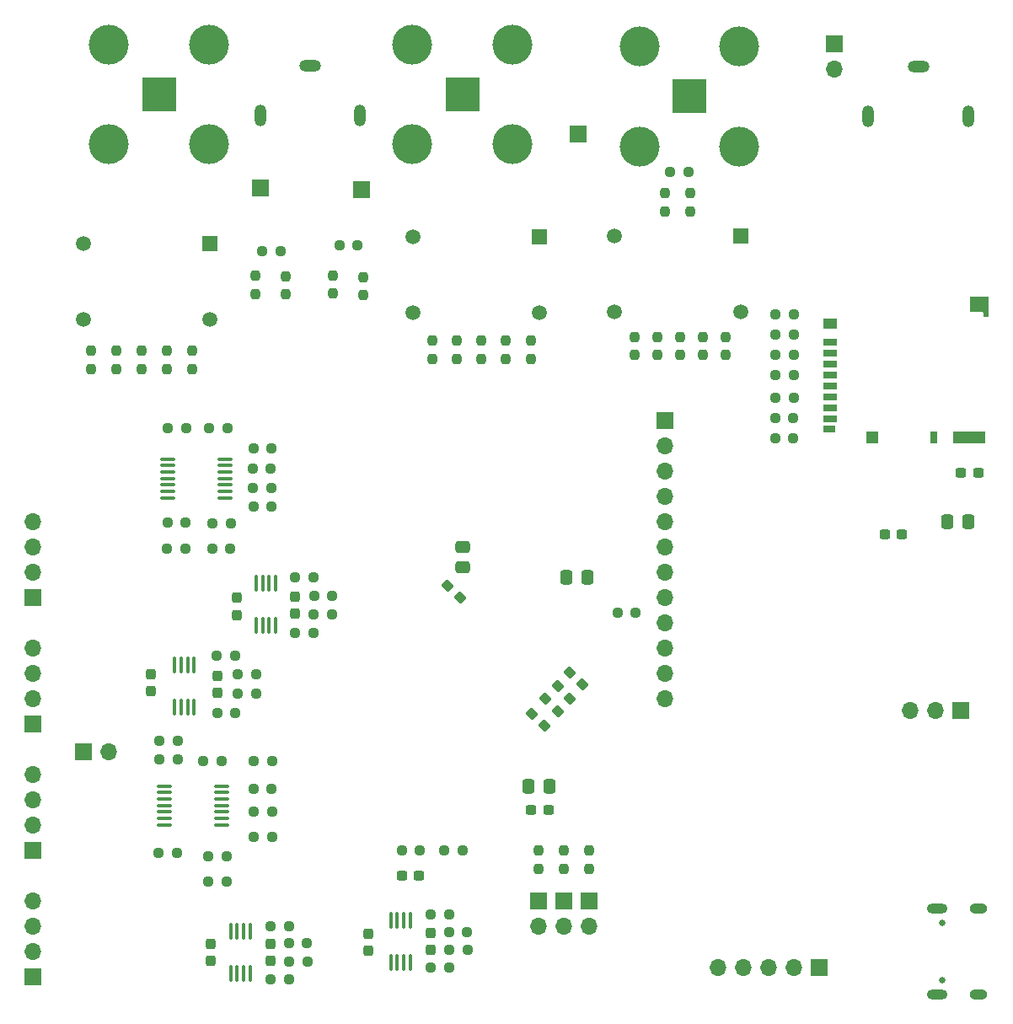
<source format=gbr>
%TF.GenerationSoftware,KiCad,Pcbnew,7.0.7*%
%TF.CreationDate,2023-10-22T01:08:48-07:00*%
%TF.ProjectId,fpaa_esp32_badge,66706161-5f65-4737-9033-325f62616467,rev?*%
%TF.SameCoordinates,Original*%
%TF.FileFunction,Soldermask,Bot*%
%TF.FilePolarity,Negative*%
%FSLAX46Y46*%
G04 Gerber Fmt 4.6, Leading zero omitted, Abs format (unit mm)*
G04 Created by KiCad (PCBNEW 7.0.7) date 2023-10-22 01:08:48*
%MOMM*%
%LPD*%
G01*
G04 APERTURE LIST*
G04 Aperture macros list*
%AMRoundRect*
0 Rectangle with rounded corners*
0 $1 Rounding radius*
0 $2 $3 $4 $5 $6 $7 $8 $9 X,Y pos of 4 corners*
0 Add a 4 corners polygon primitive as box body*
4,1,4,$2,$3,$4,$5,$6,$7,$8,$9,$2,$3,0*
0 Add four circle primitives for the rounded corners*
1,1,$1+$1,$2,$3*
1,1,$1+$1,$4,$5*
1,1,$1+$1,$6,$7*
1,1,$1+$1,$8,$9*
0 Add four rect primitives between the rounded corners*
20,1,$1+$1,$2,$3,$4,$5,0*
20,1,$1+$1,$4,$5,$6,$7,0*
20,1,$1+$1,$6,$7,$8,$9,0*
20,1,$1+$1,$8,$9,$2,$3,0*%
%AMRotRect*
0 Rectangle, with rotation*
0 The origin of the aperture is its center*
0 $1 length*
0 $2 width*
0 $3 Rotation angle, in degrees counterclockwise*
0 Add horizontal line*
21,1,$1,$2,0,0,$3*%
G04 Aperture macros list end*
%ADD10R,3.500000X3.500000*%
%ADD11C,4.000000*%
%ADD12C,0.650000*%
%ADD13O,2.100000X1.000000*%
%ADD14O,1.800000X1.000000*%
%ADD15R,1.700000X1.700000*%
%ADD16O,1.700000X1.700000*%
%ADD17R,1.520000X1.520000*%
%ADD18C,1.520000*%
%ADD19O,1.200000X2.200000*%
%ADD20O,2.200000X1.200000*%
%ADD21RoundRect,0.237500X-0.380070X0.044194X0.044194X-0.380070X0.380070X-0.044194X-0.044194X0.380070X0*%
%ADD22RoundRect,0.237500X-0.250000X-0.237500X0.250000X-0.237500X0.250000X0.237500X-0.250000X0.237500X0*%
%ADD23RoundRect,0.237500X0.250000X0.237500X-0.250000X0.237500X-0.250000X-0.237500X0.250000X-0.237500X0*%
%ADD24RoundRect,0.237500X0.237500X-0.250000X0.237500X0.250000X-0.237500X0.250000X-0.237500X-0.250000X0*%
%ADD25RoundRect,0.237500X-0.300000X-0.237500X0.300000X-0.237500X0.300000X0.237500X-0.300000X0.237500X0*%
%ADD26RoundRect,0.237500X-0.237500X0.250000X-0.237500X-0.250000X0.237500X-0.250000X0.237500X0.250000X0*%
%ADD27RoundRect,0.100000X-0.100000X0.712500X-0.100000X-0.712500X0.100000X-0.712500X0.100000X0.712500X0*%
%ADD28RoundRect,0.237500X-0.237500X0.300000X-0.237500X-0.300000X0.237500X-0.300000X0.237500X0.300000X0*%
%ADD29RoundRect,0.250000X0.475000X-0.337500X0.475000X0.337500X-0.475000X0.337500X-0.475000X-0.337500X0*%
%ADD30RoundRect,0.250000X0.337500X0.475000X-0.337500X0.475000X-0.337500X-0.475000X0.337500X-0.475000X0*%
%ADD31RoundRect,0.100000X-0.637500X-0.100000X0.637500X-0.100000X0.637500X0.100000X-0.637500X0.100000X0*%
%ADD32RoundRect,0.250000X-0.337500X-0.475000X0.337500X-0.475000X0.337500X0.475000X-0.337500X0.475000X0*%
%ADD33RoundRect,0.237500X0.380070X-0.044194X-0.044194X0.380070X-0.380070X0.044194X0.044194X-0.380070X0*%
%ADD34RoundRect,0.237500X0.300000X0.237500X-0.300000X0.237500X-0.300000X-0.237500X0.300000X-0.237500X0*%
%ADD35R,1.400000X0.700000*%
%ADD36R,1.200000X0.700000*%
%ADD37R,0.800000X1.200000*%
%ADD38R,1.900000X1.500000*%
%ADD39RotRect,0.200000X0.200000X225.000000*%
%ADD40R,0.500000X0.500000*%
%ADD41R,1.400000X1.000000*%
%ADD42R,3.200000X1.200000*%
%ADD43R,1.200000X1.200000*%
G04 APERTURE END LIST*
D10*
%TO.C,J8*%
X119380000Y-43434000D03*
D11*
X114355000Y-38409000D03*
X114355000Y-48459000D03*
X124405000Y-38409000D03*
X124405000Y-48459000D03*
%TD*%
D12*
%TO.C,J5*%
X167575000Y-132430000D03*
X167575000Y-126650000D03*
D13*
X167075000Y-133860000D03*
D14*
X171255000Y-133860000D03*
D13*
X167075000Y-125220000D03*
D14*
X171255000Y-125220000D03*
%TD*%
D15*
%TO.C,J21*%
X81280000Y-109474000D03*
D16*
X83820000Y-109474000D03*
%TD*%
D17*
%TO.C,T10*%
X127135341Y-57694783D03*
D18*
X127135341Y-65314783D03*
X114435341Y-65314783D03*
X114435341Y-57694783D03*
%TD*%
D17*
%TO.C,T9*%
X93980000Y-58420000D03*
D18*
X93980000Y-66040000D03*
X81280000Y-66040000D03*
X81280000Y-58420000D03*
%TD*%
D15*
%TO.C,J11*%
X155242752Y-131157065D03*
D16*
X152702752Y-131157065D03*
X150162752Y-131157065D03*
X147622752Y-131157065D03*
X145082752Y-131157065D03*
%TD*%
D15*
%TO.C,J14*%
X132080000Y-124460000D03*
D16*
X132080000Y-127000000D03*
%TD*%
D19*
%TO.C,J10*%
X109046682Y-45518434D03*
D20*
X104046682Y-40518434D03*
D19*
X99046682Y-45518434D03*
%TD*%
D15*
%TO.C,J4*%
X76200000Y-132080000D03*
D16*
X76200000Y-129540000D03*
X76200000Y-127000000D03*
X76200000Y-124460000D03*
%TD*%
D15*
%TO.C,J13*%
X129540000Y-124460000D03*
D16*
X129540000Y-127000000D03*
%TD*%
D15*
%TO.C,J16*%
X139700000Y-76200000D03*
D16*
X139700000Y-78740000D03*
X139700000Y-81280000D03*
X139700000Y-83820000D03*
X139700000Y-86360000D03*
X139700000Y-88900000D03*
X139700000Y-91440000D03*
X139700000Y-93980000D03*
X139700000Y-96520000D03*
X139700000Y-99060000D03*
X139700000Y-101600000D03*
X139700000Y-104140000D03*
%TD*%
D10*
%TO.C,J9*%
X142185000Y-43633000D03*
D11*
X137160000Y-38608000D03*
X137160000Y-48658000D03*
X147210000Y-38608000D03*
X147210000Y-48658000D03*
%TD*%
D17*
%TO.C,T11*%
X147320000Y-57628854D03*
D18*
X147320000Y-65248854D03*
X134620000Y-65248854D03*
X134620000Y-57628854D03*
%TD*%
D15*
%TO.C,J18*%
X109220000Y-52990335D03*
%TD*%
%TO.C,J12*%
X127000000Y-124460000D03*
D16*
X127000000Y-127000000D03*
%TD*%
D15*
%TO.C,J22*%
X169440163Y-105307212D03*
D16*
X166900163Y-105307212D03*
X164360163Y-105307212D03*
%TD*%
D15*
%TO.C,J23*%
X156718000Y-38354000D03*
D16*
X156718000Y-40894000D03*
%TD*%
D15*
%TO.C,J19*%
X131013737Y-47386412D03*
%TD*%
%TO.C,J3*%
X76200000Y-119380000D03*
D16*
X76200000Y-116840000D03*
X76200000Y-114300000D03*
X76200000Y-111760000D03*
%TD*%
D10*
%TO.C,J7*%
X88900000Y-43434000D03*
D11*
X83875000Y-38409000D03*
X83875000Y-48459000D03*
X93925000Y-38409000D03*
X93925000Y-48459000D03*
%TD*%
D15*
%TO.C,J2*%
X76200000Y-106680000D03*
D16*
X76200000Y-104140000D03*
X76200000Y-101600000D03*
X76200000Y-99060000D03*
%TD*%
D15*
%TO.C,J17*%
X99060000Y-52851112D03*
%TD*%
%TO.C,J1*%
X76200000Y-93980000D03*
D16*
X76200000Y-91440000D03*
X76200000Y-88900000D03*
X76200000Y-86360000D03*
%TD*%
D19*
%TO.C,J20*%
X170172544Y-45600000D03*
D20*
X165172544Y-40600000D03*
D19*
X160172544Y-45600000D03*
%TD*%
D21*
%TO.C,C1*%
X130200120Y-101498120D03*
X131419880Y-102717880D03*
%TD*%
D22*
%TO.C,R63*%
X94241107Y-89075593D03*
X96066107Y-89075593D03*
%TD*%
D23*
%TO.C,R86*%
X152654000Y-65532000D03*
X150829000Y-65532000D03*
%TD*%
D22*
%TO.C,R66*%
X116205841Y-125790750D03*
X118030841Y-125790750D03*
%TD*%
%TO.C,R16*%
X104485837Y-93795488D03*
X106310837Y-93795488D03*
%TD*%
D24*
%TO.C,R60*%
X139700000Y-55165000D03*
X139700000Y-53340000D03*
%TD*%
D25*
%TO.C,C9*%
X169457064Y-81426761D03*
X171182064Y-81426761D03*
%TD*%
D23*
%TO.C,R88*%
X152654000Y-69596000D03*
X150829000Y-69596000D03*
%TD*%
D26*
%TO.C,R49*%
X136652000Y-67771000D03*
X136652000Y-69596000D03*
%TD*%
%TO.C,R53*%
X141224000Y-67771000D03*
X141224000Y-69596000D03*
%TD*%
D23*
%TO.C,R37*%
X100201359Y-78988856D03*
X98376359Y-78988856D03*
%TD*%
D22*
%TO.C,R94*%
X88840337Y-119587485D03*
X90665337Y-119587485D03*
%TD*%
%TO.C,R15*%
X102567343Y-97555594D03*
X104392343Y-97555594D03*
%TD*%
D23*
%TO.C,R99*%
X100237052Y-110428892D03*
X98412052Y-110428892D03*
%TD*%
%TO.C,R87*%
X152667291Y-67590119D03*
X150842291Y-67590119D03*
%TD*%
%TO.C,R18*%
X115115000Y-119380000D03*
X113290000Y-119380000D03*
%TD*%
D22*
%TO.C,R14*%
X102569000Y-91948000D03*
X104394000Y-91948000D03*
%TD*%
%TO.C,R72*%
X94259951Y-86493938D03*
X96084951Y-86493938D03*
%TD*%
%TO.C,R73*%
X93946500Y-76932000D03*
X95771500Y-76932000D03*
%TD*%
D23*
%TO.C,R98*%
X100237052Y-118048892D03*
X98412052Y-118048892D03*
%TD*%
D27*
%TO.C,U7*%
X112181117Y-126391265D03*
X112831117Y-126391265D03*
X113481117Y-126391265D03*
X114131117Y-126391265D03*
X114131117Y-130616265D03*
X113481117Y-130616265D03*
X112831117Y-130616265D03*
X112181117Y-130616265D03*
%TD*%
D28*
%TO.C,C36*%
X116199195Y-127637311D03*
X116199195Y-129362311D03*
%TD*%
D26*
%TO.C,R21*%
X132080000Y-119380000D03*
X132080000Y-121205000D03*
%TD*%
D29*
%TO.C,C5*%
X119380000Y-90953500D03*
X119380000Y-88878500D03*
%TD*%
D24*
%TO.C,R62*%
X142240000Y-55165000D03*
X142240000Y-53340000D03*
%TD*%
D22*
%TO.C,R64*%
X89759076Y-86437406D03*
X91584076Y-86437406D03*
%TD*%
D26*
%TO.C,R20*%
X129540000Y-119380000D03*
X129540000Y-121205000D03*
%TD*%
D28*
%TO.C,C42*%
X109948329Y-127732964D03*
X109948329Y-129457964D03*
%TD*%
D24*
%TO.C,R41*%
X84582000Y-71016500D03*
X84582000Y-69191500D03*
%TD*%
D22*
%TO.C,R55*%
X99288089Y-59194273D03*
X101113089Y-59194273D03*
%TD*%
D23*
%TO.C,R92*%
X152619608Y-77946149D03*
X150794608Y-77946149D03*
%TD*%
D24*
%TO.C,R42*%
X89662000Y-71016500D03*
X89662000Y-69191500D03*
%TD*%
D30*
%TO.C,C33*%
X128114766Y-112959687D03*
X126039766Y-112959687D03*
%TD*%
D24*
%TO.C,R52*%
X143510000Y-69596000D03*
X143510000Y-67771000D03*
%TD*%
D22*
%TO.C,R93*%
X88928622Y-108325343D03*
X90753622Y-108325343D03*
%TD*%
D23*
%TO.C,R36*%
X100201359Y-84858161D03*
X98376359Y-84858161D03*
%TD*%
D28*
%TO.C,C41*%
X94119523Y-128745196D03*
X94119523Y-130470196D03*
%TD*%
D26*
%TO.C,R44*%
X116332000Y-68175500D03*
X116332000Y-70000500D03*
%TD*%
D22*
%TO.C,R6*%
X100137227Y-126945920D03*
X101962227Y-126945920D03*
%TD*%
D24*
%TO.C,R59*%
X109397191Y-63590823D03*
X109397191Y-61765823D03*
%TD*%
D22*
%TO.C,R11*%
X94746892Y-105551607D03*
X96571892Y-105551607D03*
%TD*%
D28*
%TO.C,C38*%
X94729596Y-101815303D03*
X94729596Y-103540303D03*
%TD*%
D31*
%TO.C,U6*%
X89779000Y-83962000D03*
X89779000Y-83312000D03*
X89779000Y-82662000D03*
X89779000Y-82012000D03*
X89779000Y-81362000D03*
X89779000Y-80712000D03*
X89779000Y-80062000D03*
X95504000Y-80062000D03*
X95504000Y-80712000D03*
X95504000Y-81362000D03*
X95504000Y-82012000D03*
X95504000Y-82662000D03*
X95504000Y-83312000D03*
X95504000Y-83962000D03*
%TD*%
D24*
%TO.C,R57*%
X106339890Y-63429805D03*
X106339890Y-61604805D03*
%TD*%
D25*
%TO.C,C8*%
X161798000Y-87630000D03*
X163523000Y-87630000D03*
%TD*%
D22*
%TO.C,R61*%
X140237933Y-51223259D03*
X142062933Y-51223259D03*
%TD*%
D27*
%TO.C,U9*%
X90465000Y-100757500D03*
X91115000Y-100757500D03*
X91765000Y-100757500D03*
X92415000Y-100757500D03*
X92415000Y-104982500D03*
X91765000Y-104982500D03*
X91115000Y-104982500D03*
X90465000Y-104982500D03*
%TD*%
D21*
%TO.C,C3*%
X127735026Y-104165185D03*
X128954786Y-105384945D03*
%TD*%
D32*
%TO.C,C10*%
X168105000Y-86360000D03*
X170180000Y-86360000D03*
%TD*%
D26*
%TO.C,R45*%
X126238000Y-68175500D03*
X126238000Y-70000500D03*
%TD*%
D22*
%TO.C,R65*%
X89779000Y-76932000D03*
X91604000Y-76932000D03*
%TD*%
%TO.C,R9*%
X101986520Y-130525535D03*
X103811520Y-130525535D03*
%TD*%
D24*
%TO.C,R46*%
X118808500Y-70000500D03*
X118808500Y-68175500D03*
%TD*%
%TO.C,R56*%
X101599998Y-63500000D03*
X101599998Y-61675000D03*
%TD*%
D26*
%TO.C,R50*%
X145796000Y-67771000D03*
X145796000Y-69596000D03*
%TD*%
D32*
%TO.C,C7*%
X129832450Y-91931541D03*
X131907450Y-91931541D03*
%TD*%
D23*
%TO.C,R89*%
X152654000Y-71628000D03*
X150829000Y-71628000D03*
%TD*%
D22*
%TO.C,R38*%
X89721388Y-89019060D03*
X91546388Y-89019060D03*
%TD*%
%TO.C,R100*%
X93870834Y-119994759D03*
X95695834Y-119994759D03*
%TD*%
D26*
%TO.C,R39*%
X82042000Y-69191500D03*
X82042000Y-71016500D03*
%TD*%
D22*
%TO.C,R12*%
X96804182Y-101696424D03*
X98629182Y-101696424D03*
%TD*%
D23*
%TO.C,R97*%
X100197056Y-113182167D03*
X98372056Y-113182167D03*
%TD*%
D22*
%TO.C,R10*%
X94697964Y-99838748D03*
X96522964Y-99838748D03*
%TD*%
D23*
%TO.C,R35*%
X100142925Y-81003692D03*
X98317925Y-81003692D03*
%TD*%
D22*
%TO.C,R13*%
X96841059Y-103614059D03*
X98666059Y-103614059D03*
%TD*%
D23*
%TO.C,R91*%
X152619608Y-75946000D03*
X150794608Y-75946000D03*
%TD*%
%TO.C,R34*%
X100157558Y-82974727D03*
X98332558Y-82974727D03*
%TD*%
D21*
%TO.C,C29*%
X126370687Y-105630560D03*
X127590447Y-106850320D03*
%TD*%
D23*
%TO.C,R17*%
X119380000Y-119410000D03*
X117555000Y-119410000D03*
%TD*%
D22*
%TO.C,R19*%
X104436362Y-95659049D03*
X106261362Y-95659049D03*
%TD*%
D23*
%TO.C,R96*%
X100237052Y-115508892D03*
X98412052Y-115508892D03*
%TD*%
%TO.C,R90*%
X152654000Y-73914000D03*
X150829000Y-73914000D03*
%TD*%
%TO.C,R81*%
X136802500Y-95504000D03*
X134977500Y-95504000D03*
%TD*%
D22*
%TO.C,R8*%
X101956055Y-128697646D03*
X103781055Y-128697646D03*
%TD*%
D33*
%TO.C,C4*%
X119126000Y-93980000D03*
X117906240Y-92760240D03*
%TD*%
D26*
%TO.C,R43*%
X87122000Y-69191500D03*
X87122000Y-71016500D03*
%TD*%
D24*
%TO.C,R47*%
X123761500Y-70000500D03*
X123761500Y-68175500D03*
%TD*%
D34*
%TO.C,C37*%
X115015000Y-121920000D03*
X113290000Y-121920000D03*
%TD*%
D28*
%TO.C,C35*%
X100132674Y-128764783D03*
X100132674Y-130489783D03*
%TD*%
D31*
%TO.C,U5*%
X89432052Y-116808892D03*
X89432052Y-116158892D03*
X89432052Y-115508892D03*
X89432052Y-114858892D03*
X89432052Y-114208892D03*
X89432052Y-113558892D03*
X89432052Y-112908892D03*
X95157052Y-112908892D03*
X95157052Y-113558892D03*
X95157052Y-114208892D03*
X95157052Y-114858892D03*
X95157052Y-115508892D03*
X95157052Y-116158892D03*
X95157052Y-116808892D03*
%TD*%
D33*
%TO.C,C2*%
X130183190Y-104112670D03*
X128963430Y-102892910D03*
%TD*%
D34*
%TO.C,C34*%
X128012188Y-115335947D03*
X126287188Y-115335947D03*
%TD*%
D26*
%TO.C,R40*%
X92202000Y-69191500D03*
X92202000Y-71016500D03*
%TD*%
D24*
%TO.C,R54*%
X98566444Y-63469330D03*
X98566444Y-61644330D03*
%TD*%
D22*
%TO.C,R7*%
X100114379Y-132345807D03*
X101939379Y-132345807D03*
%TD*%
D28*
%TO.C,C39*%
X102569000Y-93879500D03*
X102569000Y-95604500D03*
%TD*%
D24*
%TO.C,R51*%
X138938000Y-69596000D03*
X138938000Y-67771000D03*
%TD*%
D22*
%TO.C,R58*%
X107027873Y-58588509D03*
X108852873Y-58588509D03*
%TD*%
D27*
%TO.C,U8*%
X96094000Y-127508000D03*
X96744000Y-127508000D03*
X97394000Y-127508000D03*
X98044000Y-127508000D03*
X98044000Y-131733000D03*
X97394000Y-131733000D03*
X96744000Y-131733000D03*
X96094000Y-131733000D03*
%TD*%
D26*
%TO.C,R5*%
X127000000Y-119380000D03*
X127000000Y-121205000D03*
%TD*%
D28*
%TO.C,C40*%
X88110495Y-101642703D03*
X88110495Y-103367703D03*
%TD*%
D22*
%TO.C,R69*%
X118050778Y-129334299D03*
X119875778Y-129334299D03*
%TD*%
%TO.C,R67*%
X116230029Y-131160496D03*
X118055029Y-131160496D03*
%TD*%
D26*
%TO.C,R48*%
X121285000Y-68175500D03*
X121285000Y-70000500D03*
%TD*%
D27*
%TO.C,U10*%
X98674421Y-92568496D03*
X99324421Y-92568496D03*
X99974421Y-92568496D03*
X100624421Y-92568496D03*
X100624421Y-96793496D03*
X99974421Y-96793496D03*
X99324421Y-96793496D03*
X98674421Y-96793496D03*
%TD*%
D22*
%TO.C,R68*%
X118015967Y-127561000D03*
X119840967Y-127561000D03*
%TD*%
D23*
%TO.C,R101*%
X95695834Y-122534759D03*
X93870834Y-122534759D03*
%TD*%
D22*
%TO.C,R102*%
X93332052Y-110368892D03*
X95157052Y-110368892D03*
%TD*%
D28*
%TO.C,C12*%
X96734350Y-94001300D03*
X96734350Y-95726300D03*
%TD*%
D22*
%TO.C,R95*%
X88945322Y-110187630D03*
X90770322Y-110187630D03*
%TD*%
D35*
%TO.C,J6*%
X156322277Y-68345000D03*
X156322277Y-69445000D03*
X156322277Y-70545000D03*
X156322277Y-71645000D03*
X156322277Y-72745000D03*
X156322277Y-73845000D03*
X156322277Y-74945000D03*
X156322277Y-76045000D03*
D36*
X156222277Y-76995000D03*
D37*
X166722277Y-77845000D03*
D38*
X171322277Y-64545000D03*
D39*
X171772277Y-65295000D03*
D40*
X172022277Y-65545000D03*
D41*
X156322277Y-66445000D03*
D42*
X170322277Y-77845000D03*
D43*
X160522277Y-77845000D03*
%TD*%
M02*

</source>
